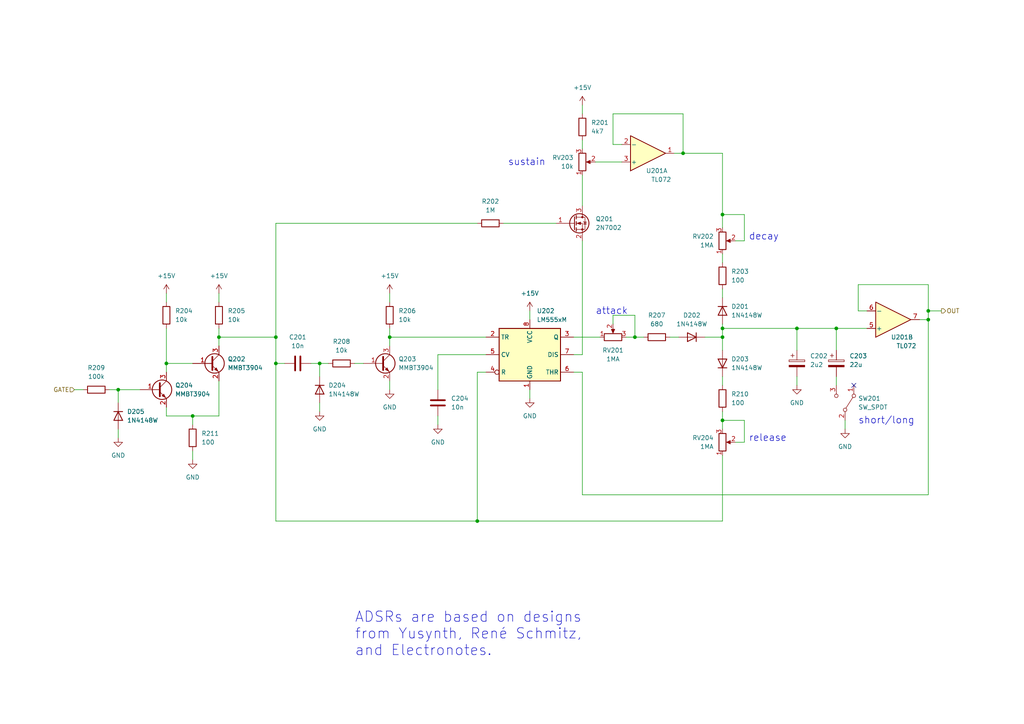
<source format=kicad_sch>
(kicad_sch (version 20211123) (generator eeschema)
  (paper "A4")
  (title_block (title "Josh Ox Ribbon Synth ADSR board") (date "2022-06-16") (rev "0") (comment 2 "creativecommons.org/licences/by/4.0") (comment 3 "license: CC by 4.0") (comment 4 "Author: Jordan Aceto"))
  (lib_symbols
    (symbol "Amplifier_Operational:TL072" (pin_names (offset 0.127))
      (property "Reference" "U" (at 0 5.08 0))
      (property "Value" "TL072" (at 0 -5.08 0))
      (symbol "TL072_1_1"
        (polyline (pts (xy -5.08 5.08) (xy 5.08 0) (xy -5.08 -5.08) (xy -5.08 5.08)) (stroke (width 0.254)) (fill (type background)))
        (pin output line (at 7.62 0 180) (length 2.54) (name "~") (number "1"))
        (pin input line (at -7.62 -2.54 0) (length 2.54) (name "-") (number "2"))
        (pin input line (at -7.62 2.54 0) (length 2.54) (name "+") (number "3"))
      )
      (symbol "TL072_2_1"
        (polyline (pts (xy -5.08 5.08) (xy 5.08 0) (xy -5.08 -5.08) (xy -5.08 5.08)) (stroke (width 0.254)) (fill (type background)))
        (pin input line (at -7.62 2.54 0) (length 2.54) (name "+") (number "5"))
        (pin input line (at -7.62 -2.54 0) (length 2.54) (name "-") (number "6"))
        (pin output line (at 7.62 0 180) (length 2.54) (name "~") (number "7"))
      )
      (symbol "TL072_3_1"
        (pin power_in line (at -2.54 -7.62 90) (length 3.81) (name "V-") (number "4"))
        (pin power_in line (at -2.54 7.62 270) (length 3.81) (name "V+") (number "8"))
      )
    )
    (symbol "Device:C" (pin_numbers hide) (pin_names (offset 0.254))
      (property "Reference" "C" (at 0.635 2.54 0))
      (property "Value" "C" (at 0.635 -2.54 0))
      (symbol "C_0_1"
        (polyline (pts (xy -2.032 -0.762) (xy 2.032 -0.762)) (stroke (width 0.508)))
        (polyline (pts (xy -2.032 0.762) (xy 2.032 0.762)) (stroke (width 0.508)))
      )
      (symbol "C_1_1"
        (pin passive line (at 0 3.81 270) (length 2.794) (name "~") (number "1"))
        (pin passive line (at 0 -3.81 90) (length 2.794) (name "~") (number "2"))
      )
    )
    (symbol "Device:C_Polarized" (pin_numbers hide) (pin_names (offset 0.254))
      (property "Reference" "C" (at 0.635 2.54 0))
      (property "Value" "C_Polarized" (at 0.635 -2.54 0))
      (symbol "C_Polarized_0_1"
        (rectangle (start -2.286 0.508) (end 2.286 1.016))
        (polyline (pts (xy -1.778 2.286) (xy -0.762 2.286)))
        (polyline (pts (xy -1.27 2.794) (xy -1.27 1.778)))
        (rectangle (start 2.286 -0.508) (end -2.286 -1.016) (fill (type outline)))
      )
      (symbol "C_Polarized_1_1"
        (pin passive line (at 0 3.81 270) (length 2.794) (name "~") (number "1"))
        (pin passive line (at 0 -3.81 90) (length 2.794) (name "~") (number "2"))
      )
    )
    (symbol "Device:R" (pin_numbers hide) (pin_names (offset 0))
      (property "Reference" "R" (at 2.032 0 90))
      (property "Value" "R" (at 0 0 90))
      (symbol "R_0_1"
        (rectangle (start -1.016 -2.54) (end 1.016 2.54) (stroke (width 0.254)))
      )
      (symbol "R_1_1"
        (pin passive line (at 0 3.81 270) (length 1.27) (name "~") (number "1"))
        (pin passive line (at 0 -3.81 90) (length 1.27) (name "~") (number "2"))
      )
    )
    (symbol "Device:R_Potentiometer" (pin_names (offset 1.016) hide)
      (property "Reference" "RV" (at -4.445 0 90))
      (property "Value" "R_Potentiometer" (at -2.54 0 90))
      (symbol "R_Potentiometer_0_1"
        (polyline (pts (xy 2.54 0) (xy 1.524 0)))
        (polyline (pts (xy 1.143 0) (xy 2.286 0.508) (xy 2.286 -0.508) (xy 1.143 0)) (fill (type outline)))
        (rectangle (start 1.016 2.54) (end -1.016 -2.54) (stroke (width 0.254)))
      )
      (symbol "R_Potentiometer_1_1"
        (pin passive line (at 0 3.81 270) (length 1.27) (name "1") (number "1"))
        (pin passive line (at 3.81 0 180) (length 1.27) (name "2") (number "2"))
        (pin passive line (at 0 -3.81 90) (length 1.27) (name "3") (number "3"))
      )
    )
    (symbol "Diode:1N4148W" (pin_numbers hide) (pin_names (offset 1.016) hide)
      (property "Reference" "D" (at 0 2.54 0))
      (property "Value" "1N4148W" (at 0 -2.54 0))
      (symbol "1N4148W_0_1"
        (polyline (pts (xy -1.27 1.27) (xy -1.27 -1.27)) (stroke (width 0.254)))
        (polyline (pts (xy 1.27 0) (xy -1.27 0)))
        (polyline (pts (xy 1.27 1.27) (xy 1.27 -1.27) (xy -1.27 0) (xy 1.27 1.27)) (stroke (width 0.254)))
      )
      (symbol "1N4148W_1_1"
        (pin passive line (at -3.81 0 0) (length 2.54) (name "K") (number "1"))
        (pin passive line (at 3.81 0 180) (length 2.54) (name "A") (number "2"))
      )
    )
    (symbol "Switch:SW_SPDT" (pin_names (offset 0) hide)
      (property "Reference" "SW" (at 0 4.318 0))
      (property "Value" "SW_SPDT" (at 0 -5.08 0))
      (symbol "SW_SPDT_0_0"
        (circle (center -2.032 0) (radius 0.508))
        (circle (center 2.032 -2.54) (radius 0.508))
      )
      (symbol "SW_SPDT_0_1"
        (polyline (pts (xy -1.524 0.254) (xy 1.651 2.286)))
        (circle (center 2.032 2.54) (radius 0.508))
      )
      (symbol "SW_SPDT_1_1"
        (pin passive line (at 5.08 2.54 180) (length 2.54) (name "A") (number "1"))
        (pin passive line (at -5.08 0 0) (length 2.54) (name "B") (number "2"))
        (pin passive line (at 5.08 -2.54 180) (length 2.54) (name "C") (number "3"))
      )
    )
    (symbol "Timer:LM555xM"
      (property "Reference" "U" (at -10.16 8.89 0))
      (property "Value" "LM555xM" (at 2.54 8.89 0))
      (symbol "LM555xM_0_0"
        (pin power_in line (at 0 -10.16 90) (length 2.54) (name "GND") (number "1"))
        (pin power_in line (at 0 10.16 270) (length 2.54) (name "VCC") (number "8"))
      )
      (symbol "LM555xM_0_1"
        (rectangle (start -8.89 -7.62) (end 8.89 7.62) (stroke (width 0.254)) (fill (type background)))
        (rectangle (start -8.89 -7.62) (end 8.89 7.62) (stroke (width 0.254)) (fill (type background)))
      )
      (symbol "LM555xM_1_1"
        (pin input line (at -12.7 5.08 0) (length 3.81) (name "TR") (number "2"))
        (pin output line (at 12.7 5.08 180) (length 3.81) (name "Q") (number "3"))
        (pin input inverted (at -12.7 -5.08 0) (length 3.81) (name "R") (number "4"))
        (pin input line (at -12.7 0 0) (length 3.81) (name "CV") (number "5"))
        (pin input line (at 12.7 -5.08 180) (length 3.81) (name "THR") (number "6"))
        (pin input line (at 12.7 0 180) (length 3.81) (name "DIS") (number "7"))
      )
    )
    (symbol "Transistor_BJT:MMBT3904" (pin_names (offset 0) hide)
      (property "Reference" "Q" (at 5.08 1.905 0))
      (property "Value" "MMBT3904" (at 5.08 0 0))
      (symbol "MMBT3904_0_1"
        (polyline (pts (xy 0.635 0.635) (xy 2.54 2.54)))
        (polyline (pts (xy 0.635 -0.635) (xy 2.54 -2.54) (xy 2.54 -2.54)))
        (polyline (pts (xy 0.635 1.905) (xy 0.635 -1.905) (xy 0.635 -1.905)) (stroke (width 0.508)))
        (polyline (pts (xy 1.27 -1.778) (xy 1.778 -1.27) (xy 2.286 -2.286) (xy 1.27 -1.778) (xy 1.27 -1.778)) (fill (type outline)))
        (circle (center 1.27 0) (radius 2.8194) (stroke (width 0.254)))
      )
      (symbol "MMBT3904_1_1"
        (pin input line (at -5.08 0 0) (length 5.715) (name "B") (number "1"))
        (pin passive line (at 2.54 -5.08 90) (length 2.54) (name "E") (number "2"))
        (pin passive line (at 2.54 5.08 270) (length 2.54) (name "C") (number "3"))
      )
    )
    (symbol "Transistor_FET:2N7002" (pin_names hide)
      (property "Reference" "Q" (at 5.08 1.905 0))
      (property "Value" "2N7002" (at 5.08 0 0))
      (symbol "2N7002_0_1"
        (polyline (pts (xy 0.254 0) (xy -2.54 0)))
        (polyline (pts (xy 0.254 1.905) (xy 0.254 -1.905)) (stroke (width 0.254)))
        (polyline (pts (xy 0.762 -1.27) (xy 0.762 -2.286)) (stroke (width 0.254)))
        (polyline (pts (xy 0.762 0.508) (xy 0.762 -0.508)) (stroke (width 0.254)))
        (polyline (pts (xy 0.762 2.286) (xy 0.762 1.27)) (stroke (width 0.254)))
        (polyline (pts (xy 2.54 2.54) (xy 2.54 1.778)))
        (polyline (pts (xy 2.54 -2.54) (xy 2.54 0) (xy 0.762 0)))
        (polyline (pts (xy 0.762 -1.778) (xy 3.302 -1.778) (xy 3.302 1.778) (xy 0.762 1.778)))
        (polyline (pts (xy 1.016 0) (xy 2.032 0.381) (xy 2.032 -0.381) (xy 1.016 0)) (fill (type outline)))
        (polyline (pts (xy 2.794 0.508) (xy 2.921 0.381) (xy 3.683 0.381) (xy 3.81 0.254)))
        (polyline (pts (xy 3.302 0.381) (xy 2.921 -0.254) (xy 3.683 -0.254) (xy 3.302 0.381)))
        (circle (center 1.651 0) (radius 2.794) (stroke (width 0.254)))
        (circle (center 2.54 -1.778) (radius 0.254) (fill (type outline)))
        (circle (center 2.54 1.778) (radius 0.254) (fill (type outline)))
      )
      (symbol "2N7002_1_1"
        (pin input line (at -5.08 0 0) (length 2.54) (name "G") (number "1"))
        (pin passive line (at 2.54 -5.08 90) (length 2.54) (name "S") (number "2"))
        (pin passive line (at 2.54 5.08 270) (length 2.54) (name "D") (number "3"))
      )
    )
    (symbol "power:+15V" (power) (pin_names (offset 0))
      (property "Value" "+15V" (at 0 3.556 0))
      (symbol "+15V_0_1"
        (polyline (pts (xy -0.762 1.27) (xy 0 2.54)))
        (polyline (pts (xy 0 0) (xy 0 2.54)))
        (polyline (pts (xy 0 2.54) (xy 0.762 1.27)))
      )
      (symbol "+15V_1_1"
        (pin power_in line (at 0 0 90) (length 0) hide (name "+15V") (number "1"))
      )
    )
    (symbol "power:GND" (power) (pin_names (offset 0))
      (property "Value" "GND" (at 0 -3.81 0))
      (symbol "GND_0_1"
        (polyline (pts (xy 0 0) (xy 0 -1.27) (xy 1.27 -1.27) (xy 0 -2.54) (xy -1.27 -1.27) (xy 0 -1.27)))
      )
      (symbol "GND_1_1"
        (pin power_in line (at 0 0 270) (length 0) hide (name "GND") (number "1"))
      )
    )
  )
  (junction (at 48.26 105.41))
  (junction (at 184.15 97.79))
  (junction (at 113.03 97.79))
  (junction (at 138.43 151.13))
  (junction (at 209.55 62.23))
  (junction (at 55.88 120.65))
  (junction (at 231.14 95.25))
  (junction (at 269.24 92.71))
  (junction (at 242.57 95.25))
  (junction (at 80.01 105.41))
  (junction (at 198.12 44.45))
  (junction (at 209.55 121.92))
  (junction (at 92.71 105.41))
  (junction (at 269.24 90.17))
  (junction (at 80.01 97.79))
  (junction (at 209.55 97.79))
  (junction (at 209.55 95.25))
  (junction (at 63.5 97.79))
  (junction (at 34.29 113.03))
  (no_connect (at 247.65 111.76))
  (wire (pts (xy 231.14 95.25) (xy 242.57 95.25)))
  (wire (pts (xy 215.9 121.92) (xy 209.55 121.92)))
  (wire (pts (xy 48.26 105.41) (xy 48.26 107.95)))
  (wire (pts (xy 138.43 107.95) (xy 138.43 151.13)))
  (wire (pts (xy 209.55 121.92) (xy 209.55 119.38)))
  (wire (pts (xy 146.05 64.77) (xy 161.29 64.77)))
  (wire (pts (xy 63.5 95.25) (xy 63.5 97.79)))
  (wire (pts (xy 80.01 105.41) (xy 82.55 105.41)))
  (wire (pts (xy 168.91 50.8) (xy 168.91 59.69)))
  (wire (pts (xy 113.03 85.09) (xy 113.03 87.63)))
  (wire (pts (xy 168.91 30.48) (xy 168.91 33.02)))
  (wire (pts (xy 215.9 62.23) (xy 209.55 62.23)))
  (wire (pts (xy 248.92 82.55) (xy 269.24 82.55)))
  (wire (pts (xy 269.24 92.71) (xy 266.7 92.71)))
  (wire (pts (xy 209.55 111.76) (xy 209.55 109.22)))
  (wire (pts (xy 209.55 95.25) (xy 231.14 95.25)))
  (wire (pts (xy 180.34 41.91) (xy 177.8 41.91)))
  (wire (pts (xy 231.14 109.22) (xy 231.14 111.76)))
  (wire (pts (xy 184.15 91.44) (xy 184.15 97.79)))
  (wire (pts (xy 80.01 97.79) (xy 80.01 64.77)))
  (wire (pts (xy 245.11 121.92) (xy 245.11 124.46)))
  (wire (pts (xy 55.88 130.81) (xy 55.88 133.35)))
  (wire (pts (xy 172.72 46.99) (xy 180.34 46.99)))
  (wire (pts (xy 242.57 109.22) (xy 242.57 111.76)))
  (wire (pts (xy 269.24 82.55) (xy 269.24 90.17)))
  (wire (pts (xy 269.24 90.17) (xy 269.24 92.71)))
  (wire (pts (xy 153.67 113.03) (xy 153.67 115.57)))
  (wire (pts (xy 269.24 90.17) (xy 273.05 90.17)))
  (wire (pts (xy 48.26 85.09) (xy 48.26 87.63)))
  (wire (pts (xy 177.8 33.02) (xy 198.12 33.02)))
  (wire (pts (xy 34.29 124.46) (xy 34.29 127)))
  (wire (pts (xy 166.37 97.79) (xy 173.99 97.79)))
  (wire (pts (xy 209.55 86.36) (xy 209.55 83.82)))
  (wire (pts (xy 153.67 90.17) (xy 153.67 92.71)))
  (wire (pts (xy 248.92 90.17) (xy 248.92 82.55)))
  (wire (pts (xy 209.55 44.45) (xy 209.55 62.23)))
  (wire (pts (xy 80.01 105.41) (xy 80.01 97.79)))
  (wire (pts (xy 48.26 120.65) (xy 55.88 120.65)))
  (wire (pts (xy 204.47 97.79) (xy 209.55 97.79)))
  (wire (pts (xy 80.01 64.77) (xy 138.43 64.77)))
  (wire (pts (xy 215.9 69.85) (xy 215.9 62.23)))
  (wire (pts (xy 168.91 102.87) (xy 168.91 69.85)))
  (wire (pts (xy 209.55 66.04) (xy 209.55 62.23)))
  (wire (pts (xy 242.57 95.25) (xy 251.46 95.25)))
  (wire (pts (xy 213.36 69.85) (xy 215.9 69.85)))
  (wire (pts (xy 140.97 107.95) (xy 138.43 107.95)))
  (wire (pts (xy 80.01 151.13) (xy 80.01 105.41)))
  (wire (pts (xy 113.03 110.49) (xy 113.03 113.03)))
  (wire (pts (xy 177.8 91.44) (xy 184.15 91.44)))
  (wire (pts (xy 113.03 95.25) (xy 113.03 97.79)))
  (wire (pts (xy 138.43 151.13) (xy 80.01 151.13)))
  (wire (pts (xy 113.03 97.79) (xy 113.03 100.33)))
  (wire (pts (xy 181.61 97.79) (xy 184.15 97.79)))
  (wire (pts (xy 92.71 116.84) (xy 92.71 119.38)))
  (wire (pts (xy 31.75 113.03) (xy 34.29 113.03)))
  (wire (pts (xy 90.17 105.41) (xy 92.71 105.41)))
  (wire (pts (xy 177.8 41.91) (xy 177.8 33.02)))
  (wire (pts (xy 209.55 95.25) (xy 209.55 93.98)))
  (wire (pts (xy 209.55 124.46) (xy 209.55 121.92)))
  (wire (pts (xy 63.5 110.49) (xy 63.5 120.65)))
  (wire (pts (xy 194.31 97.79) (xy 196.85 97.79)))
  (wire (pts (xy 177.8 93.98) (xy 177.8 91.44)))
  (wire (pts (xy 251.46 90.17) (xy 248.92 90.17)))
  (wire (pts (xy 63.5 85.09) (xy 63.5 87.63)))
  (wire (pts (xy 209.55 73.66) (xy 209.55 76.2)))
  (wire (pts (xy 198.12 44.45) (xy 209.55 44.45)))
  (wire (pts (xy 269.24 143.51) (xy 269.24 92.71)))
  (wire (pts (xy 127 120.65) (xy 127 123.19)))
  (wire (pts (xy 231.14 95.25) (xy 231.14 101.6)))
  (wire (pts (xy 21.59 113.03) (xy 24.13 113.03)))
  (wire (pts (xy 48.26 95.25) (xy 48.26 105.41)))
  (wire (pts (xy 168.91 40.64) (xy 168.91 43.18)))
  (wire (pts (xy 127 102.87) (xy 127 113.03)))
  (wire (pts (xy 55.88 105.41) (xy 48.26 105.41)))
  (wire (pts (xy 209.55 97.79) (xy 209.55 95.25)))
  (wire (pts (xy 168.91 107.95) (xy 168.91 143.51)))
  (wire (pts (xy 198.12 33.02) (xy 198.12 44.45)))
  (wire (pts (xy 166.37 107.95) (xy 168.91 107.95)))
  (wire (pts (xy 113.03 97.79) (xy 140.97 97.79)))
  (wire (pts (xy 195.58 44.45) (xy 198.12 44.45)))
  (wire (pts (xy 63.5 97.79) (xy 80.01 97.79)))
  (wire (pts (xy 34.29 116.84) (xy 34.29 113.03)))
  (wire (pts (xy 209.55 101.6) (xy 209.55 97.79)))
  (wire (pts (xy 138.43 151.13) (xy 209.55 151.13)))
  (wire (pts (xy 63.5 97.79) (xy 63.5 100.33)))
  (wire (pts (xy 92.71 105.41) (xy 95.25 105.41)))
  (wire (pts (xy 209.55 151.13) (xy 209.55 132.08)))
  (wire (pts (xy 92.71 105.41) (xy 92.71 109.22)))
  (wire (pts (xy 215.9 128.27) (xy 215.9 121.92)))
  (wire (pts (xy 213.36 128.27) (xy 215.9 128.27)))
  (wire (pts (xy 140.97 102.87) (xy 127 102.87)))
  (wire (pts (xy 102.87 105.41) (xy 105.41 105.41)))
  (wire (pts (xy 242.57 95.25) (xy 242.57 101.6)))
  (wire (pts (xy 166.37 102.87) (xy 168.91 102.87)))
  (wire (pts (xy 48.26 118.11) (xy 48.26 120.65)))
  (wire (pts (xy 55.88 120.65) (xy 63.5 120.65)))
  (wire (pts (xy 168.91 143.51) (xy 269.24 143.51)))
  (wire (pts (xy 34.29 113.03) (xy 40.64 113.03)))
  (wire (pts (xy 184.15 97.79) (xy 186.69 97.79)))
  (wire (pts (xy 55.88 120.65) (xy 55.88 123.19)))
  (text "decay" (at 217.17 69.85 0) (effects (font (size 2 2)) (justify left bottom)))
  (text "short/long" (at 248.92 123.19 0) (effects (font (size 2 2)) (justify left bottom)))
  (text "attack" (at 172.72 91.44 0) (effects (font (size 2 2)) (justify left bottom)))
  (text "sustain" (at 147.32 48.26 0) (effects (font (size 2 2)) (justify left bottom)))
  (text "ADSRs are based on designs \nfrom Yusynth, René Schmitz,\nand Electronotes." (at 102.87 190.5 0) (effects (font (size 3 3)) (justify left bottom)))
  (text "release" (at 217.17 128.27 0) (effects (font (size 2 2)) (justify left bottom)))
  (hierarchical_label "GATE" (shape input) (at 21.59 113.03 180))
  (hierarchical_label "OUT" (shape output) (at 273.05 90.17 0))
  (symbol (lib_id "Device:C_Polarized") (at 242.57 105.41 0) (unit 1)
    (property "Reference" "C203" (at 246.38 103.2509 0) (effects (justify left)))
    (property "Value" "22u" (at 246.38 105.7909 0) (effects (justify left)))
    (property "Footprint" "Capacitor_THT:CP_Radial_D6.3mm_P2.50mm" (effects hide))
  )
  (symbol (lib_id "power:+15V") (at 168.91 30.48 0) (unit 1)
    (property "Reference" "#PWR0201" (effects hide))
    (property "Value" "+15V" (at 168.91 25.4 0))
  )
  (symbol (lib_id "Device:C") (at 86.36 105.41 90) (unit 1)
    (property "Reference" "C201" (at 86.36 97.79 90))
    (property "Value" "10n" (at 86.36 100.33 90))
    (property "Footprint" "Capacitor_SMD:C_0805_2012Metric" (effects hide))
  )
  (symbol (lib_id "power:GND") (at 34.29 127 0) (unit 1)
    (property "Reference" "#PWR0212" (effects hide))
    (property "Value" "GND" (at 34.29 132.08 0))
  )
  (symbol (lib_id "power:+15V") (at 63.5 85.09 0) (unit 1)
    (property "Reference" "#PWR0203" (effects hide))
    (property "Value" "+15V" (at 63.5 80.01 0))
  )
  (symbol (lib_id "Device:C") (at 127 116.84 0) (unit 1)
    (property "Reference" "C204" (at 130.81 115.5699 0) (effects (justify left)))
    (property "Value" "10n" (at 130.81 118.1099 0) (effects (justify left)))
    (property "Footprint" "Capacitor_SMD:C_0805_2012Metric" (effects hide))
  )
  (symbol (lib_id "Device:R") (at 190.5 97.79 90) (unit 1)
    (property "Reference" "R207" (at 190.5 91.44 90))
    (property "Value" "680" (at 190.5 93.98 90))
    (property "Footprint" "Resistor_SMD:R_0805_2012Metric" (effects hide))
  )
  (symbol (lib_id "Device:R") (at 113.03 91.44 0) (unit 1)
    (property "Reference" "R206" (at 115.57 90.1699 0) (effects (justify left)))
    (property "Value" "10k" (at 115.57 92.7099 0) (effects (justify left)))
    (property "Footprint" "Resistor_SMD:R_0805_2012Metric" (effects hide))
  )
  (symbol (lib_id "Diode:1N4148W") (at 34.29 120.65 270) (unit 1)
    (property "Reference" "D205" (at 36.83 119.3799 90) (effects (justify left)))
    (property "Value" "1N4148W" (at 36.83 121.9199 90) (effects (justify left)))
    (property "Footprint" "Diode_SMD:D_SOD-123" (effects hide))
    (property "Datasheet" "https://www.vishay.com/docs/85748/1n4148w.pdf" (effects hide))
  )
  (symbol (lib_id "Diode:1N4148W") (at 209.55 90.17 270) (unit 1)
    (property "Reference" "D201" (at 212.09 88.8999 90) (effects (justify left)))
    (property "Value" "1N4148W" (at 212.09 91.4399 90) (effects (justify left)))
    (property "Footprint" "Diode_SMD:D_SOD-123" (effects hide))
    (property "Datasheet" "https://www.vishay.com/docs/85748/1n4148w.pdf" (effects hide))
  )
  (symbol (lib_id "Amplifier_Operational:TL072") (at 259.08 92.71 0) (mirror x) (unit 2)
    (property "Reference" "U201" (at 261.62 97.79 0))
    (property "Value" "TL072" (at 262.89 100.33 0))
    (property "Footprint" "Package_SO:SO-8_5.3x6.2mm_P1.27mm" (effects hide))
    (property "Datasheet" "http://www.ti.com/lit/ds/symlink/tl071.pdf" (effects hide))
  )
  (symbol (lib_id "Device:R") (at 48.26 91.44 0) (unit 1)
    (property "Reference" "R204" (at 50.8 90.1699 0) (effects (justify left)))
    (property "Value" "10k" (at 50.8 92.7099 0) (effects (justify left)))
    (property "Footprint" "Resistor_SMD:R_0805_2012Metric" (effects hide))
  )
  (symbol (lib_id "Timer:LM555xM") (at 153.67 102.87 0) (unit 1)
    (property "Reference" "U202" (at 155.6894 90.17 0) (effects (justify left)))
    (property "Value" "LM555xM" (at 155.6894 92.71 0) (effects (justify left)))
    (property "Footprint" "Package_SO:SOIC-8_3.9x4.9mm_P1.27mm" (effects hide))
    (property "Datasheet" "http://www.ti.com/lit/ds/symlink/lm555.pdf" (effects hide))
  )
  (symbol (lib_id "power:GND") (at 231.14 111.76 0) (unit 1)
    (property "Reference" "#PWR0206" (effects hide))
    (property "Value" "GND" (at 231.14 116.84 0))
  )
  (symbol (lib_id "Device:R") (at 27.94 113.03 90) (unit 1)
    (property "Reference" "R209" (at 27.94 106.68 90))
    (property "Value" "100k" (at 27.94 109.22 90))
    (property "Footprint" "Resistor_SMD:R_0805_2012Metric" (effects hide))
  )
  (symbol (lib_id "Device:C_Polarized") (at 231.14 105.41 0) (unit 1)
    (property "Reference" "C202" (at 234.95 103.2509 0) (effects (justify left)))
    (property "Value" "2u2" (at 234.95 105.7909 0) (effects (justify left)))
    (property "Footprint" "Capacitor_THT:CP_Radial_D6.3mm_P2.50mm" (effects hide))
  )
  (symbol (lib_id "Amplifier_Operational:TL072") (at 187.96 44.45 0) (mirror x) (unit 1)
    (property "Reference" "U201" (at 190.5 49.53 0))
    (property "Value" "TL072" (at 191.77 52.07 0))
    (property "Footprint" "Package_SO:SO-8_5.3x6.2mm_P1.27mm" (effects hide))
    (property "Datasheet" "http://www.ti.com/lit/ds/symlink/tl071.pdf" (effects hide))
  )
  (symbol (lib_id "Device:R") (at 209.55 80.01 0) (unit 1)
    (property "Reference" "R203" (at 212.09 78.74 0) (effects (justify left)))
    (property "Value" "100" (at 212.09 81.2799 0) (effects (justify left)))
    (property "Footprint" "Resistor_SMD:R_0805_2012Metric" (effects hide))
  )
  (symbol (lib_id "Device:R") (at 168.91 36.83 0) (unit 1)
    (property "Reference" "R201" (at 171.45 35.5599 0) (effects (justify left)))
    (property "Value" "4k7" (at 171.45 38.0999 0) (effects (justify left)))
    (property "Footprint" "Resistor_SMD:R_0805_2012Metric" (effects hide))
  )
  (symbol (lib_id "Diode:1N4148W") (at 92.71 113.03 270) (unit 1)
    (property "Reference" "D204" (at 95.25 111.7599 90) (effects (justify left)))
    (property "Value" "1N4148W" (at 95.25 114.2999 90) (effects (justify left)))
    (property "Footprint" "Diode_SMD:D_SOD-123" (effects hide))
    (property "Datasheet" "https://www.vishay.com/docs/85748/1n4148w.pdf" (effects hide))
  )
  (symbol (lib_id "power:GND") (at 113.03 113.03 0) (unit 1)
    (property "Reference" "#PWR0207" (effects hide))
    (property "Value" "GND" (at 113.03 118.11 0))
  )
  (symbol (lib_id "power:+15V") (at 153.67 90.17 0) (unit 1)
    (property "Reference" "#PWR0205" (effects hide))
    (property "Value" "+15V" (at 153.67 85.09 0))
  )
  (symbol (lib_id "Device:R_Potentiometer") (at 177.8 97.79 90) (unit 1)
    (property "Reference" "RV201" (at 177.8 101.6 90))
    (property "Value" "1MA" (at 177.8 104.14 90))
    (property "Footprint" "Potentiometer_THT:Potentiometer_Alpha_RD901F-40-00D_Single_Vertical" (effects hide))
  )
  (symbol (lib_id "Transistor_BJT:MMBT3904") (at 110.49 105.41 0) (unit 1)
    (property "Reference" "Q203" (at 115.57 104.1399 0) (effects (justify left)))
    (property "Value" "MMBT3904" (at 115.57 106.6799 0) (effects (justify left)))
    (property "Footprint" "Package_TO_SOT_SMD:SOT-23" (effects hide))
    (property "Datasheet" "https://www.onsemi.com/pub/Collateral/2N3903-D.PDF" (effects hide))
  )
  (symbol (lib_id "Device:R") (at 99.06 105.41 90) (unit 1)
    (property "Reference" "R208" (at 99.06 99.06 90))
    (property "Value" "10k" (at 99.06 101.6 90))
    (property "Footprint" "Resistor_SMD:R_0805_2012Metric" (effects hide))
  )
  (symbol (lib_id "power:+15V") (at 113.03 85.09 0) (unit 1)
    (property "Reference" "#PWR0204" (effects hide))
    (property "Value" "+15V" (at 113.03 80.01 0))
  )
  (symbol (lib_id "Device:R_Potentiometer") (at 209.55 128.27 0) (mirror x) (unit 1)
    (property "Reference" "RV204" (at 207.01 126.9999 0) (effects (justify right)))
    (property "Value" "1MA" (at 207.01 129.5399 0) (effects (justify right)))
    (property "Footprint" "Potentiometer_THT:Potentiometer_Alpha_RD901F-40-00D_Single_Vertical" (effects hide))
  )
  (symbol (lib_id "Device:R_Potentiometer") (at 209.55 69.85 0) (mirror x) (unit 1)
    (property "Reference" "RV202" (at 207.01 68.5799 0) (effects (justify right)))
    (property "Value" "1MA" (at 207.01 71.1199 0) (effects (justify right)))
    (property "Footprint" "Potentiometer_THT:Potentiometer_Alpha_RD901F-40-00D_Single_Vertical" (effects hide))
  )
  (symbol (lib_id "power:+15V") (at 48.26 85.09 0) (unit 1)
    (property "Reference" "#PWR0202" (effects hide))
    (property "Value" "+15V" (at 48.26 80.01 0))
  )
  (symbol (lib_id "power:GND") (at 92.71 119.38 0) (unit 1)
    (property "Reference" "#PWR0209" (effects hide))
    (property "Value" "GND" (at 92.71 124.46 0))
  )
  (symbol (lib_id "Transistor_FET:2N7002") (at 166.37 64.77 0) (unit 1)
    (property "Reference" "Q201" (at 172.72 63.4999 0) (effects (justify left)))
    (property "Value" "2N7002" (at 172.72 66.0399 0) (effects (justify left)))
    (property "Footprint" "Package_TO_SOT_SMD:SOT-23" (effects hide))
    (property "Datasheet" "https://www.onsemi.com/pub/Collateral/NDS7002A-D.PDF" (effects hide))
  )
  (symbol (lib_id "Device:R") (at 55.88 127 0) (unit 1)
    (property "Reference" "R211" (at 58.42 125.7299 0) (effects (justify left)))
    (property "Value" "100" (at 58.42 128.2699 0) (effects (justify left)))
    (property "Footprint" "Resistor_SMD:R_0805_2012Metric" (effects hide))
  )
  (symbol (lib_id "power:GND") (at 153.67 115.57 0) (unit 1)
    (property "Reference" "#PWR0208" (effects hide))
    (property "Value" "GND" (at 153.67 120.65 0))
  )
  (symbol (lib_id "power:GND") (at 55.88 133.35 0) (unit 1)
    (property "Reference" "#PWR0213" (effects hide))
    (property "Value" "GND" (at 55.88 138.43 0))
  )
  (symbol (lib_id "Diode:1N4148W") (at 209.55 105.41 90) (unit 1)
    (property "Reference" "D203" (at 212.09 104.1399 90) (effects (justify right)))
    (property "Value" "1N4148W" (at 212.09 106.6799 90) (effects (justify right)))
    (property "Footprint" "Diode_SMD:D_SOD-123" (effects hide))
    (property "Datasheet" "https://www.vishay.com/docs/85748/1n4148w.pdf" (effects hide))
  )
  (symbol (lib_id "Diode:1N4148W") (at 200.66 97.79 180) (unit 1)
    (property "Reference" "D202" (at 200.66 91.44 0))
    (property "Value" "1N4148W" (at 200.66 93.98 0))
    (property "Footprint" "Diode_SMD:D_SOD-123" (effects hide))
    (property "Datasheet" "https://www.vishay.com/docs/85748/1n4148w.pdf" (effects hide))
  )
  (symbol (lib_id "power:GND") (at 245.11 124.46 0) (unit 1)
    (property "Reference" "#PWR0211" (effects hide))
    (property "Value" "GND" (at 245.11 129.54 0))
  )
  (symbol (lib_id "Switch:SW_SPDT") (at 245.11 116.84 270) (mirror x) (unit 1)
    (property "Reference" "SW201" (at 248.92 115.5699 90) (effects (justify left)))
    (property "Value" "SW_SPDT" (at 248.92 118.1099 90) (effects (justify left)))
    (property "Footprint" "custom_footprints:SPDT_mini_toggle" (effects hide))
  )
  (symbol (lib_id "Device:R") (at 209.55 115.57 0) (unit 1)
    (property "Reference" "R210" (at 212.09 114.2999 0) (effects (justify left)))
    (property "Value" "100" (at 212.09 116.8399 0) (effects (justify left)))
    (property "Footprint" "Resistor_SMD:R_0805_2012Metric" (effects hide))
  )
  (symbol (lib_id "Device:R") (at 63.5 91.44 0) (unit 1)
    (property "Reference" "R205" (at 66.04 90.1699 0) (effects (justify left)))
    (property "Value" "10k" (at 66.04 92.7099 0) (effects (justify left)))
    (property "Footprint" "Resistor_SMD:R_0805_2012Metric" (effects hide))
  )
  (symbol (lib_id "power:GND") (at 127 123.19 0) (unit 1)
    (property "Reference" "#PWR0210" (effects hide))
    (property "Value" "GND" (at 127 128.27 0))
  )
  (symbol (lib_id "Transistor_BJT:MMBT3904") (at 45.72 113.03 0) (unit 1)
    (property "Reference" "Q204" (at 50.8 111.7599 0) (effects (justify left)))
    (property "Value" "MMBT3904" (at 50.8 114.2999 0) (effects (justify left)))
    (property "Footprint" "Package_TO_SOT_SMD:SOT-23" (effects hide))
    (property "Datasheet" "https://www.onsemi.com/pub/Collateral/2N3903-D.PDF" (effects hide))
  )
  (symbol (lib_id "Transistor_BJT:MMBT3904") (at 60.96 105.41 0) (unit 1)
    (property "Reference" "Q202" (at 66.04 104.1399 0) (effects (justify left)))
    (property "Value" "MMBT3904" (at 66.04 106.6799 0) (effects (justify left)))
    (property "Footprint" "Package_TO_SOT_SMD:SOT-23" (effects hide))
    (property "Datasheet" "https://www.onsemi.com/pub/Collateral/2N3903-D.PDF" (effects hide))
  )
  (symbol (lib_id "Device:R") (at 142.24 64.77 90) (unit 1)
    (property "Reference" "R202" (at 142.24 58.42 90))
    (property "Value" "1M" (at 142.24 60.96 90))
    (property "Footprint" "Resistor_SMD:R_0805_2012Metric" (effects hide))
  )
  (symbol (lib_id "Device:R_Potentiometer") (at 168.91 46.99 0) (mirror x) (unit 1)
    (property "Reference" "RV203" (at 166.37 45.7199 0) (effects (justify right)))
    (property "Value" "10k" (at 166.37 48.2599 0) (effects (justify right)))
    (property "Footprint" "Potentiometer_THT:Potentiometer_Alpha_RD901F-40-00D_Single_Vertical" (effects hide))
  )
)
</source>
